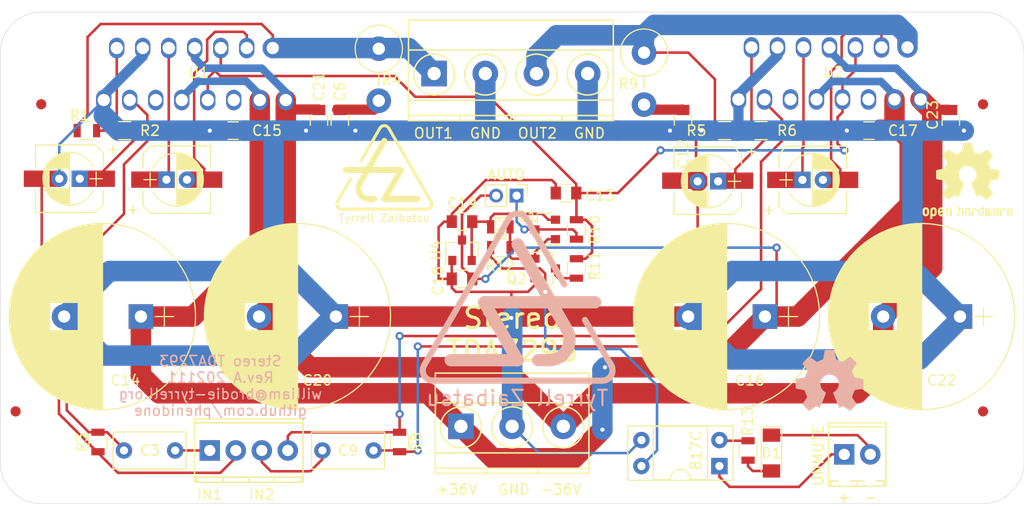
<source format=kicad_pcb>
(kicad_pcb (version 20171130) (host pcbnew 5.1.5+dfsg1-2build2)
  (layers (0 F.Cu signal) (31 B.Cu signal) (34 B.Paste user hide) (35 F.Paste user hide) (36 B.SilkS user) (37 F.SilkS user) (38 B.Mask user) (39 F.Mask user hide) (44 Edge.Cuts user))
  (net 0 "")
  (net 1 /GND)
  (net 2 "Net-(C1-Pad1)")
  (net 3 "Net-(C3-Pad2)")
  (net 4 "Net-(C3-Pad1)")
  (net 5 "Net-(C4-Pad2)")
  (net 6 "Net-(C4-Pad1)")
  (net 7 "Net-(C6-Pad1)")
  (net 8 "Net-(C7-Pad1)")
  (net 9 "Net-(C9-Pad1)")
  (net 10 "Net-(C9-Pad2)")
  (net 11 "Net-(C10-Pad1)")
  (net 12 "Net-(C10-Pad2)")
  (net 13 "Net-(C12-Pad1)")
  (net 14 /MUTE)
  (net 15 /VCC)
  (net 16 /5V)
  (net 17 /VEE)
  (net 18 "Net-(D1-Pad2)")
  (net 19 "Net-(D1-Pad1)")
  (net 20 "Net-(J3-Pad1)")
  (net 21 "Net-(JP3-Pad1)")
  (net 22 "Net-(Q1-Pad1)")
  (net 23 "Net-(Q2-Pad3)")
  (net 24 "Net-(R1-Pad1)")
  (net 25 "Net-(R5-Pad1)")
  (net 26 "Net-(R12-Pad1)")
  (net 27 "Net-(R13-Pad2)")
  (net 28 "Net-(U1-Pad11)")
  (net 29 /CLIP1)
  (net 30 /CLIP2)
  (net 31 "Net-(U2-Pad11)")
  (net 32 /OUT2)
  (net 33 /OUT1)
  (module pcb:OSHW-Symbol_6.7x6mm_BackSilkScreen (layer F.Cu) (at 106 61)
    (fp_text reference REF*** hide)
    (fp_text value OSHW-Symbol_6.7x6mm_SilkScreen hide)
  )
  (module tz:Tyrrell-Zaibatsu-20-Back (layer F.Cu) (at 75.5 53.5)
    (fp_text reference REF** hide)
    (fp_text value "Tyrrell Zaibatsu" hide)
    (fp_text user "Tyrrell Zaibatsu" (at 0 9.2) (layer B.SilkS) (effects (font (size 1.5 1.5) (thickness 0.2)) (justify mirror)))
  )
  (module Symbols:OSHW-Logo2_9.8x8mm_SilkScreen (layer F.Cu) (at 119.5 41.5)
    (fp_text reference REF*** hide)
    (fp_text value OSHW-Logo2_9.8x8mm_SilkScreen hide)
  )
  (module tz:Tyrrell-Zaibatsu-10 (layer F.Cu) (at 62.5 41)
    (fp_text reference REF** hide)
    (fp_text value "Tyrrell Zaibatsu" hide)
    (fp_text user "Tyrrell Zaibatsu" (at 0 4.1) (layer F.SilkS) (effects (font (size 0.75 0.75) (thickness 0.1))))
  )
  (module Capacitors_SMD:CP_Elec_6.3x7.7 (layer F.Cu) (at 42.24 41.363)
    (fp_text reference C4 hide)
    (fp_text value 22u hide)
    (fp_text user + (at -4.28 2.91) (layer F.SilkS))
    (pad 2 smd rect (at 2.7 0 180) (size 3.5 1.6) (layers F.Cu F.Paste F.Mask) (net 5 "Net-(C4-Pad2)"))
    (pad 1 smd rect (at -2.7 0 180) (size 3.5 1.6) (layers F.Cu F.Paste F.Mask) (net 6 "Net-(C4-Pad1)"))
  )
  (module Terminals_Phoenix:TerminalBlock_Phoenix_MPT-2.54mm_2pol (layer F.Cu) (at 107.442 68.199)
    (fp_text reference J3 hide)
    (fp_text value Screw_Terminal_01x02 hide)
    (pad "" np_thru_hole circle (at 2.54 2.54) (size 1.1 1.1) (drill 1.1) (layers *.Cu *.Mask))
    (pad "" np_thru_hole circle (at 0 2.54) (size 1.1 1.1) (drill 1.1) (layers *.Cu *.Mask))
    (pad 1 thru_hole rect (at 0 0) (size 1.99898 1.99898) (drill 1.09728) (layers *.Cu *.Mask) (net 20 "Net-(J3-Pad1)"))
    (pad 2 thru_hole oval (at 2.54 0) (size 1.99898 1.99898) (drill 1.09728) (layers *.Cu *.Mask) (net 19 "Net-(D1-Pad1)"))
  )
  (module Terminals_Phoenix:TerminalBlock_Phoenix_MPT-2.54mm_4pol (layer F.Cu) (at 45.466 67.818)
    (fp_text reference J1 hide)
    (fp_text value Screw_Terminal_01x04 hide)
    (pad 3 thru_hole oval (at 5.08 0 180) (size 1.99898 1.99898) (drill 1.09728) (layers *.Cu *.Mask) (net 10 "Net-(C9-Pad2)"))
    (pad 2 thru_hole oval (at 2.54 0 180) (size 1.99898 1.99898) (drill 1.09728) (layers *.Cu *.Mask) (net 1 /GND))
    (pad 1 thru_hole rect (at 0 0 180) (size 1.99898 1.99898) (drill 1.09728) (layers *.Cu *.Mask) (net 3 "Net-(C3-Pad2)"))
    (pad 4 thru_hole oval (at 7.62 0 180) (size 1.99898 1.99898) (drill 1.09728) (layers *.Cu *.Mask) (net 1 /GND))
  )
  (module Mounting_Holes:MountingHole_3.2mm_M3 (layer F.Cu) (at 29 69)
    (fp_text reference H4 hide)
    (fp_text value MountingHole hide)
    (pad 1 np_thru_hole circle (at 0 0) (size 3.2 3.2) (drill 3.2) (layers *.Cu *.Mask))
  )
  (module Mounting_Holes:MountingHole_3.2mm_M3 (layer F.Cu) (at 121 69)
    (fp_text reference H3 hide)
    (fp_text value MountingHole hide)
    (pad 1 np_thru_hole circle (at 0 0) (size 3.2 3.2) (drill 3.2) (layers *.Cu *.Mask))
  )
  (module Mounting_Holes:MountingHole_3.2mm_M3 (layer F.Cu) (at 121 29)
    (fp_text reference H2 hide)
    (fp_text value MountingHole hide)
    (pad 1 np_thru_hole circle (at 0 0) (size 3.2 3.2) (drill 3.2) (layers *.Cu *.Mask))
  )
  (module Mounting_Holes:MountingHole_3.2mm_M3 (layer F.Cu) (at 29 29)
    (fp_text reference H1 hide)
    (fp_text value MountingHole hide)
    (pad 1 np_thru_hole circle (at 0 0) (size 3.2 3.2) (drill 3.2) (layers *.Cu *.Mask))
  )
  (module Fiducials:Fiducial_1mm_Dia_2mm_Outer (layer F.Cu) (at 26.5 64)
    (fp_text reference FID4 hide)
    (fp_text value Fiducial)
    (pad ~ smd circle (at 0 0) (size 1 1) (layers F.Cu F.Mask) (clearance 0.5))
  )
  (module Fiducials:Fiducial_1mm_Dia_2mm_Outer (layer F.Cu) (at 121 34)
    (fp_text reference FID3 hide)
    (fp_text value Fiducial)
    (pad ~ smd circle (at 0 0) (size 1 1) (layers F.Cu F.Mask) (clearance 0.5))
  )
  (module Fiducials:Fiducial_1mm_Dia_2mm_Outer (layer F.Cu) (at 29 34)
    (fp_text reference FID2 hide)
    (fp_text value Fiducial)
    (pad ~ smd circle (at 0 0) (size 1 1) (layers F.Cu F.Mask) (clearance 0.5))
  )
  (module Fiducials:Fiducial_1mm_Dia_2mm_Outer (layer F.Cu) (at 121 64)
    (fp_text reference FID1 hide)
    (fp_text value Fiducial)
    (pad ~ smd circle (at 0 0) (size 1 1) (layers F.Cu F.Mask) (clearance 0.5))
  )
  (module Capacitors_SMD:CP_Elec_6.3x7.7 (layer F.Cu) (at 31.75 41.275 180)
    (fp_text reference C1 hide)
    (fp_text value 22u hide)
    (fp_text user + (at -4.28 2.91) (layer F.SilkS))
    (pad 2 smd rect (at 2.7 0) (size 3.5 1.6) (layers F.Cu F.Paste F.Mask) (net 1 /GND))
    (pad 1 smd rect (at -2.7 0) (size 3.5 1.6) (layers F.Cu F.Paste F.Mask) (net 2 "Net-(C1-Pad1)"))
  )
  (module Capacitors_ThroughHole:CP_Radial_D5.0mm_P2.00mm (layer F.Cu) (at 32.766 41.275 180)
    (fp_text reference C2 hide)
    (fp_text value 22u)
    (pad 2 thru_hole circle (at 2 0 180) (size 1.6 1.6) (drill 0.8) (layers *.Cu *.Mask) (net 1 /GND))
    (pad 1 thru_hole rect (at 0 0 180) (size 1.6 1.6) (drill 0.8) (layers *.Cu *.Mask) (net 2 "Net-(C1-Pad1)"))
  )
  (module Capacitors_ThroughHole:C_Rect_L7.0mm_W3.5mm_P5.00mm (layer F.Cu) (at 37.084 67.818)
    (fp_text reference C3 (at 2.54 0) (layer F.SilkS))
    (fp_text value 1u hide)
    (pad 2 thru_hole circle (at 5 0) (size 1.6 1.6) (drill 0.8) (layers *.Cu *.Mask) (net 3 "Net-(C3-Pad2)"))
    (pad 1 thru_hole circle (at 0 0) (size 1.6 1.6) (drill 0.8) (layers *.Cu *.Mask) (net 4 "Net-(C3-Pad1)"))
  )
  (module Capacitors_ThroughHole:CP_Radial_D5.0mm_P2.00mm (layer F.Cu) (at 41.24 41.363)
    (fp_text reference C5 hide)
    (fp_text value 22u)
    (pad 1 thru_hole rect (at 0 0) (size 1.6 1.6) (drill 0.8) (layers *.Cu *.Mask) (net 6 "Net-(C4-Pad1)"))
    (pad 2 thru_hole circle (at 2 0) (size 1.6 1.6) (drill 0.8) (layers *.Cu *.Mask) (net 5 "Net-(C4-Pad2)"))
  )
  (module Capacitors_SMD:C_0805 (layer F.Cu) (at 58.166 35.56 270)
    (fp_text reference C6 (at -2.794 0 270) (layer F.SilkS))
    (fp_text value 100n)
    (pad 1 smd rect (at -1 0 270) (size 1 1.25) (layers F.Cu F.Paste F.Mask) (net 7 "Net-(C6-Pad1)"))
    (pad 2 smd rect (at 1 0 270) (size 1 1.25) (layers F.Cu F.Paste F.Mask) (net 1 /GND))
  )
  (module Capacitors_SMD:CP_Elec_6.3x7.7 (layer F.Cu) (at 94.103 41.465 180)
    (fp_text reference C7 hide)
    (fp_text value 22u hide)
    (fp_text user + (at -4.28 2.91) (layer F.SilkS))
    (pad 1 smd rect (at -2.7 0) (size 3.5 1.6) (layers F.Cu F.Paste F.Mask) (net 8 "Net-(C7-Pad1)"))
    (pad 2 smd rect (at 2.7 0) (size 3.5 1.6) (layers F.Cu F.Paste F.Mask) (net 1 /GND))
  )
  (module Capacitors_ThroughHole:CP_Radial_D5.0mm_P2.00mm (layer F.Cu) (at 95.123 41.529 180)
    (fp_text reference C8 hide)
    (fp_text value 22u)
    (pad 2 thru_hole circle (at 2 0 180) (size 1.6 1.6) (drill 0.8) (layers *.Cu *.Mask) (net 1 /GND))
    (pad 1 thru_hole rect (at 0 0 180) (size 1.6 1.6) (drill 0.8) (layers *.Cu *.Mask) (net 8 "Net-(C7-Pad1)"))
  )
  (module Capacitors_ThroughHole:C_Rect_L7.0mm_W3.5mm_P5.00mm (layer F.Cu) (at 61.468 67.818 180)
    (fp_text reference C9 (at 2.5 0) (layer F.SilkS))
    (fp_text value 1u hide)
    (pad 1 thru_hole circle (at 0 0 180) (size 1.6 1.6) (drill 0.8) (layers *.Cu *.Mask) (net 9 "Net-(C9-Pad1)"))
    (pad 2 thru_hole circle (at 5 0 180) (size 1.6 1.6) (drill 0.8) (layers *.Cu *.Mask) (net 10 "Net-(C9-Pad2)"))
  )
  (module Capacitors_SMD:CP_Elec_6.3x7.7 (layer F.Cu) (at 104.359 41.387)
    (fp_text reference C10 hide)
    (fp_text value 22u hide)
    (fp_text user + (at -4.28 2.91) (layer F.SilkS))
    (pad 1 smd rect (at -2.7 0 180) (size 3.5 1.6) (layers F.Cu F.Paste F.Mask) (net 11 "Net-(C10-Pad1)"))
    (pad 2 smd rect (at 2.7 0 180) (size 3.5 1.6) (layers F.Cu F.Paste F.Mask) (net 12 "Net-(C10-Pad2)"))
  )
  (module Capacitors_ThroughHole:CP_Radial_D5.0mm_P2.00mm (layer F.Cu) (at 103.359 41.387)
    (fp_text reference C11 hide)
    (fp_text value 22u)
    (pad 1 thru_hole rect (at 0 0) (size 1.6 1.6) (drill 0.8) (layers *.Cu *.Mask) (net 11 "Net-(C10-Pad1)"))
    (pad 2 thru_hole circle (at 2 0) (size 1.6 1.6) (drill 0.8) (layers *.Cu *.Mask) (net 12 "Net-(C10-Pad2)"))
  )
  (module Capacitors_SMD:C_0805 (layer F.Cu) (at 91.694 35.56 270)
    (fp_text reference C12 (at 3.302 0 270) (layer F.SilkS))
    (fp_text value 100n)
    (pad 2 smd rect (at 1 0 270) (size 1 1.25) (layers F.Cu F.Paste F.Mask) (net 1 /GND))
    (pad 1 smd rect (at -1 0 270) (size 1 1.25) (layers F.Cu F.Paste F.Mask) (net 13 "Net-(C12-Pad1)"))
  )
  (module Capacitors_SMD:C_0805 (layer F.Cu) (at 80.264 42.672)
    (fp_text reference C13 (at 3.302 0.254) (layer F.SilkS))
    (fp_text value 10u)
    (pad 2 smd rect (at 1 0) (size 1 1.25) (layers F.Cu F.Paste F.Mask) (net 14 /MUTE))
    (pad 1 smd rect (at -1 0) (size 1 1.25) (layers F.Cu F.Paste F.Mask) (net 1 /GND))
  )
  (module Capacitors_ThroughHole:CP_Radial_D18.0mm_P7.50mm (layer F.Cu) (at 38.735 54.737 180)
    (fp_text reference C14 (at 1.512 -6.232) (layer F.SilkS))
    (fp_text value 3300u)
    (pad 2 thru_hole circle (at 7.5 0 180) (size 2.4 2.4) (drill 1.2) (layers *.Cu *.Mask) (net 1 /GND))
    (pad 1 thru_hole rect (at 0 0 180) (size 2.4 2.4) (drill 1.2) (layers *.Cu *.Mask) (net 15 /VCC))
  )
  (module Capacitors_SMD:C_0805 (layer F.Cu) (at 47.752 36.576 180)
    (fp_text reference C15 (at -3.302 0) (layer F.SilkS))
    (fp_text value 1u)
    (pad 2 smd rect (at 1 0 180) (size 1 1.25) (layers F.Cu F.Paste F.Mask) (net 1 /GND))
    (pad 1 smd rect (at -1 0 180) (size 1 1.25) (layers F.Cu F.Paste F.Mask) (net 15 /VCC))
  )
  (module Capacitors_ThroughHole:CP_Radial_D18.0mm_P7.50mm (layer F.Cu) (at 99.695 54.737 180)
    (fp_text reference C16 (at 1.472 -6.232) (layer F.SilkS))
    (fp_text value 3300u)
    (pad 1 thru_hole rect (at 0 0 180) (size 2.4 2.4) (drill 1.2) (layers *.Cu *.Mask) (net 15 /VCC))
    (pad 2 thru_hole circle (at 7.5 0 180) (size 2.4 2.4) (drill 1.2) (layers *.Cu *.Mask) (net 1 /GND))
  )
  (module Capacitors_SMD:C_0805 (layer F.Cu) (at 109.855 36.576 180)
    (fp_text reference C17 (at -3.302 0) (layer F.SilkS))
    (fp_text value 1u)
    (pad 1 smd rect (at -1 0 180) (size 1 1.25) (layers F.Cu F.Paste F.Mask) (net 15 /VCC))
    (pad 2 smd rect (at 1 0 180) (size 1 1.25) (layers F.Cu F.Paste F.Mask) (net 1 /GND))
  )
  (module Capacitors_SMD:C_0805 (layer F.Cu) (at 70.104 51.054 180)
    (fp_text reference C18 (at 2.35 -0.184 270) (layer F.SilkS))
    (fp_text value 1u)
    (pad 1 smd rect (at -1 0 180) (size 1 1.25) (layers F.Cu F.Paste F.Mask) (net 15 /VCC))
    (pad 2 smd rect (at 1 0 180) (size 1 1.25) (layers F.Cu F.Paste F.Mask) (net 1 /GND))
  )
  (module Capacitors_SMD:C_0805 (layer F.Cu) (at 70.104 45.466 180)
    (fp_text reference C19 (at 0 1.778) (layer F.SilkS))
    (fp_text value 10u)
    (pad 2 smd rect (at 1 0 180) (size 1 1.25) (layers F.Cu F.Paste F.Mask) (net 1 /GND))
    (pad 1 smd rect (at -1 0 180) (size 1 1.25) (layers F.Cu F.Paste F.Mask) (net 16 /5V))
  )
  (module Capacitors_ThroughHole:CP_Radial_D18.0mm_P7.50mm (layer F.Cu) (at 57.785 54.737 180)
    (fp_text reference C20 (at 1.816 -6.232) (layer F.SilkS))
    (fp_text value 3300u)
    (pad 1 thru_hole rect (at 0 0 180) (size 2.4 2.4) (drill 1.2) (layers *.Cu *.Mask) (net 1 /GND))
    (pad 2 thru_hole circle (at 7.5 0 180) (size 2.4 2.4) (drill 1.2) (layers *.Cu *.Mask) (net 17 /VEE))
  )
  (module Capacitors_SMD:C_0805 (layer F.Cu) (at 56.134 35.56 90)
    (fp_text reference C21 (at 3.302 0 90) (layer F.SilkS))
    (fp_text value 1u)
    (pad 2 smd rect (at 1 0 90) (size 1 1.25) (layers F.Cu F.Paste F.Mask) (net 17 /VEE))
    (pad 1 smd rect (at -1 0 90) (size 1 1.25) (layers F.Cu F.Paste F.Mask) (net 1 /GND))
  )
  (module Capacitors_ThroughHole:CP_Radial_D18.0mm_P7.50mm (layer F.Cu) (at 118.745 54.737 180)
    (fp_text reference C22 (at 1.776 -6.232) (layer F.SilkS))
    (fp_text value 3300u)
    (pad 2 thru_hole circle (at 7.5 0 180) (size 2.4 2.4) (drill 1.2) (layers *.Cu *.Mask) (net 17 /VEE))
    (pad 1 thru_hole rect (at 0 0 180) (size 2.4 2.4) (drill 1.2) (layers *.Cu *.Mask) (net 1 /GND))
  )
  (module Capacitors_SMD:C_0805 (layer F.Cu) (at 117.856 35.56 90)
    (fp_text reference C23 (at 0.508 -1.778 90) (layer F.SilkS))
    (fp_text value 1u)
    (pad 2 smd rect (at 1 0 90) (size 1 1.25) (layers F.Cu F.Paste F.Mask) (net 17 /VEE))
    (pad 1 smd rect (at -1 0 90) (size 1 1.25) (layers F.Cu F.Paste F.Mask) (net 1 /GND))
  )
  (module Diodes_SMD:D_MiniMELF (layer F.Cu) (at 100.33 68.072 270)
    (fp_text reference D1 (at 0 0 180) (layer F.SilkS))
    (fp_text value LL4148 hide)
    (pad 2 smd rect (at 1.75 0 270) (size 1.3 1.7) (layers F.Cu F.Paste F.Mask) (net 18 "Net-(D1-Pad2)"))
    (pad 1 smd rect (at -1.75 0 270) (size 1.3 1.7) (layers F.Cu F.Paste F.Mask) (net 19 "Net-(D1-Pad1)"))
  )
  (module Terminals_Phoenix:TerminalBlock_Phoenix_MKDS1.5-4pol (layer F.Cu) (at 67.38 31)
    (fp_text reference J2 hide)
    (fp_text value Screw_Terminal_01x04 hide)
    (pad 4 thru_hole circle (at 15 0) (size 2.5 2.5) (drill 1.3) (layers *.Cu *.Mask) (net 1 /GND))
    (pad 3 thru_hole circle (at 10 0) (size 2.5 2.5) (drill 1.3) (layers *.Cu *.Mask) (net 32 /OUT2))
    (pad 1 thru_hole rect (at 0 0) (size 2.5 2.5) (drill 1.3) (layers *.Cu *.Mask) (net 33 /OUT1))
    (pad 2 thru_hole circle (at 5 0) (size 2.5 2.5) (drill 1.3) (layers *.Cu *.Mask) (net 1 /GND))
  )
  (module Terminals_Phoenix:TerminalBlock_Phoenix_MKDS1.5-3pol (layer F.Cu) (at 70 65.46)
    (fp_text reference J4 hide)
    (fp_text value Screw_Terminal_01x03 hide)
    (pad 3 thru_hole circle (at 10 0) (size 2.5 2.5) (drill 1.3) (layers *.Cu *.Mask) (net 17 /VEE))
    (pad 1 thru_hole rect (at 0 0) (size 2.5 2.5) (drill 1.3) (layers *.Cu *.Mask) (net 15 /VCC))
    (pad 2 thru_hole circle (at 5 0) (size 2.5 2.5) (drill 1.3) (layers *.Cu *.Mask) (net 1 /GND))
  )
  (module Pin_Headers:Pin_Header_Straight_1x02_Pitch2.00mm (layer F.Cu) (at 75.438 42.926 270)
    (fp_text reference JP3 hide)
    (fp_text value Jumper_NO_Small)
    (pad 2 thru_hole oval (at 0 2 270) (size 1.35 1.35) (drill 0.8) (layers *.Cu *.Mask) (net 15 /VCC))
    (pad 1 thru_hole rect (at 0 0 270) (size 1.35 1.35) (drill 0.8) (layers *.Cu *.Mask) (net 21 "Net-(JP3-Pad1)"))
  )
  (module TO_SOT_Packages_SMD:SOT-23 (layer F.Cu) (at 78.232 46.228 180)
    (fp_text reference Q1 (at 1.778 1.27) (layer F.SilkS))
    (fp_text value BSS84)
    (pad 3 smd rect (at 1 0 180) (size 0.9 0.8) (layers F.Cu F.Paste F.Mask) (net 21 "Net-(JP3-Pad1)"))
    (pad 2 smd rect (at -1 0.95 180) (size 0.9 0.8) (layers F.Cu F.Paste F.Mask) (net 16 /5V))
    (pad 1 smd rect (at -1 -0.95 180) (size 0.9 0.8) (layers F.Cu F.Paste F.Mask) (net 22 "Net-(Q1-Pad1)"))
  )
  (module TO_SOT_Packages_SMD:SOT-23 (layer F.Cu) (at 78.232 50.038)
    (fp_text reference Q2 (at -2.794 1.016 180) (layer F.SilkS))
    (fp_text value 2N7002)
    (pad 1 smd rect (at -1 -0.95) (size 0.9 0.8) (layers F.Cu F.Paste F.Mask) (net 22 "Net-(Q1-Pad1)"))
    (pad 2 smd rect (at -1 0.95) (size 0.9 0.8) (layers F.Cu F.Paste F.Mask) (net 1 /GND))
    (pad 3 smd rect (at 1 0) (size 0.9 0.8) (layers F.Cu F.Paste F.Mask) (net 23 "Net-(Q2-Pad3)"))
  )
  (module Resistors_SMD:R_0805 (layer F.Cu) (at 33.462 36.576 180)
    (fp_text reference R1 (at 0.696 1.524) (layer F.SilkS))
    (fp_text value 22k)
    (pad 1 smd rect (at -0.95 0 180) (size 0.7 1.3) (layers F.Cu F.Paste F.Mask) (net 24 "Net-(R1-Pad1)"))
    (pad 2 smd rect (at 0.95 0 180) (size 0.7 1.3) (layers F.Cu F.Paste F.Mask) (net 33 /OUT1))
  )
  (module Resistors_SMD:R_0805 (layer F.Cu) (at 37.15 36.576)
    (fp_text reference R2 (at 2.474 0) (layer F.SilkS))
    (fp_text value 680)
    (pad 2 smd rect (at 0.95 0) (size 0.7 1.3) (layers F.Cu F.Paste F.Mask) (net 2 "Net-(C1-Pad1)"))
    (pad 1 smd rect (at -0.95 0) (size 0.7 1.3) (layers F.Cu F.Paste F.Mask) (net 24 "Net-(R1-Pad1)"))
  )
  (module Resistors_SMD:R_0805 (layer F.Cu) (at 34.544 66.99 90)
    (fp_text reference R3 (at -0.01 -1.544 90) (layer F.SilkS))
    (fp_text value 22k)
    (pad 2 smd rect (at 0.95 0 90) (size 0.7 1.3) (layers F.Cu F.Paste F.Mask) (net 4 "Net-(C3-Pad1)"))
    (pad 1 smd rect (at -0.95 0 90) (size 0.7 1.3) (layers F.Cu F.Paste F.Mask) (net 1 /GND))
  )
  (module Resistors_ThroughHole:R_Axial_DIN0414_L11.9mm_D4.5mm_P5.08mm_Vertical (layer F.Cu) (at 61.976 28.575 270)
    (fp_text reference R4 (at 3.048 -1.27 180) (layer F.SilkS))
    (fp_text value 2R7 hide)
    (pad 1 thru_hole circle (at 0 0 270) (size 2.4 2.4) (drill 1.2) (layers *.Cu *.Mask) (net 33 /OUT1))
    (pad 2 thru_hole oval (at 5.08 0 270) (size 2.4 2.4) (drill 1.2) (layers *.Cu *.Mask) (net 7 "Net-(C6-Pad1)"))
  )
  (module Resistors_SMD:R_0805 (layer F.Cu) (at 95.758 36.576 180)
    (fp_text reference R5 (at 2.758 0) (layer F.SilkS))
    (fp_text value 22k)
    (pad 2 smd rect (at 0.95 0 180) (size 0.7 1.3) (layers F.Cu F.Paste F.Mask) (net 32 /OUT2))
    (pad 1 smd rect (at -0.95 0 180) (size 0.7 1.3) (layers F.Cu F.Paste F.Mask) (net 25 "Net-(R5-Pad1)"))
  )
  (module Resistors_SMD:R_0805 (layer F.Cu) (at 99.314 36.576)
    (fp_text reference R6 (at 2.54 0) (layer F.SilkS))
    (fp_text value 680)
    (pad 1 smd rect (at -0.95 0) (size 0.7 1.3) (layers F.Cu F.Paste F.Mask) (net 25 "Net-(R5-Pad1)"))
    (pad 2 smd rect (at 0.95 0) (size 0.7 1.3) (layers F.Cu F.Paste F.Mask) (net 8 "Net-(C7-Pad1)"))
  )
  (module Resistors_SMD:R_0805 (layer F.Cu) (at 73.848 45.974 180)
    (fp_text reference R7 (at -0.066 0 90) (layer F.SilkS))
    (fp_text value 10k)
    (pad 1 smd rect (at -0.95 0 180) (size 0.7 1.3) (layers F.Cu F.Paste F.Mask) (net 22 "Net-(Q1-Pad1)"))
    (pad 2 smd rect (at 0.95 0 180) (size 0.7 1.3) (layers F.Cu F.Paste F.Mask) (net 16 /5V))
  )
  (module Resistors_SMD:R_0805 (layer F.Cu) (at 64.008 66.99 270)
    (fp_text reference R8 (at 0 -1.65 90) (layer F.SilkS))
    (fp_text value 22k)
    (pad 2 smd rect (at 0.95 0 270) (size 0.7 1.3) (layers F.Cu F.Paste F.Mask) (net 9 "Net-(C9-Pad1)"))
    (pad 1 smd rect (at -0.95 0 270) (size 0.7 1.3) (layers F.Cu F.Paste F.Mask) (net 1 /GND))
  )
  (module Resistors_ThroughHole:R_Axial_DIN0414_L11.9mm_D4.5mm_P5.08mm_Vertical (layer F.Cu) (at 87.884 28.956 270)
    (fp_text reference R9 (at 3.048 1.524 180) (layer F.SilkS))
    (fp_text value 2R7 hide)
    (pad 2 thru_hole oval (at 5.08 0 270) (size 2.4 2.4) (drill 1.2) (layers *.Cu *.Mask) (net 13 "Net-(C12-Pad1)"))
    (pad 1 thru_hole circle (at 0 0 270) (size 2.4 2.4) (drill 1.2) (layers *.Cu *.Mask) (net 32 /OUT2))
  )
  (module Resistors_SMD:R_0805 (layer F.Cu) (at 81.28 46.228 90)
    (fp_text reference R10 (at 0 1.778 90) (layer F.SilkS))
    (fp_text value 10k)
    (pad 2 smd rect (at 0.95 0 90) (size 0.7 1.3) (layers F.Cu F.Paste F.Mask) (net 14 /MUTE))
    (pad 1 smd rect (at -0.95 0 90) (size 0.7 1.3) (layers F.Cu F.Paste F.Mask) (net 21 "Net-(JP3-Pad1)"))
  )
  (module Resistors_SMD:R_0805 (layer F.Cu) (at 81.28 50.038 90)
    (fp_text reference R11 (at 0.254 1.778 90) (layer F.SilkS))
    (fp_text value 1k)
    (pad 1 smd rect (at -0.95 0 90) (size 0.7 1.3) (layers F.Cu F.Paste F.Mask) (net 23 "Net-(Q2-Pad3)"))
    (pad 2 smd rect (at 0.95 0 90) (size 0.7 1.3) (layers F.Cu F.Paste F.Mask) (net 14 /MUTE))
  )
  (module Resistors_SMD:R_0805 (layer F.Cu) (at 73.848 48.006)
    (fp_text reference R12 (at 0 1.778) (layer F.SilkS))
    (fp_text value 100)
    (pad 1 smd rect (at -0.95 0) (size 0.7 1.3) (layers F.Cu F.Paste F.Mask) (net 26 "Net-(R12-Pad1)"))
    (pad 2 smd rect (at 0.95 0) (size 0.7 1.3) (layers F.Cu F.Paste F.Mask) (net 22 "Net-(Q1-Pad1)"))
  )
  (module Resistors_SMD:R_0805 (layer F.Cu) (at 98.044 67.818 90)
    (fp_text reference R13 (at 2.818 -0.044 270) (layer F.SilkS))
    (fp_text value 3k9)
    (pad 2 smd rect (at 0.95 0 90) (size 0.7 1.3) (layers F.Cu F.Paste F.Mask) (net 27 "Net-(R13-Pad2)"))
    (pad 1 smd rect (at -0.95 0 90) (size 0.7 1.3) (layers F.Cu F.Paste F.Mask) (net 18 "Net-(D1-Pad2)"))
  )
  (module power:Multiwatt15V (layer F.Cu) (at 44 28.508)
    (fp_text reference U1 (at 0.381 2.413) (layer F.SilkS))
    (fp_text value TDA7293)
    (pad 15 thru_hole oval (at 8.89 5.08 90) (size 2 1.5) (drill 1.2) (layers *.Cu *.Mask) (net 17 /VEE))
    (pad 14 thru_hole oval (at 7.62 0 90) (size 2 1.5) (drill 1.2) (layers *.Cu *.Mask) (net 33 /OUT1))
    (pad 13 thru_hole oval (at 6.35 5.08 90) (size 2 1.5) (drill 1.2) (layers *.Cu *.Mask) (net 15 /VCC))
    (pad 12 thru_hole oval (at 5.08 0 90) (size 2 1.5) (drill 1.2) (layers *.Cu *.Mask) (net 5 "Net-(C4-Pad2)"))
    (pad 11 thru_hole oval (at 3.81 5.08 90) (size 2 1.5) (drill 1.2) (layers *.Cu *.Mask) (net 28 "Net-(U1-Pad11)"))
    (pad 10 thru_hole oval (at 2.54 0 90) (size 2 1.5) (drill 1.2) (layers *.Cu *.Mask) (net 14 /MUTE))
    (pad 9 thru_hole oval (at 1.27 5.08 90) (size 2 1.5) (drill 1.2) (layers *.Cu *.Mask) (net 14 /MUTE))
    (pad 8 thru_hole oval (at 0 0 90) (size 2 1.5) (drill 1.2) (layers *.Cu *.Mask) (net 17 /VEE))
    (pad 7 thru_hole oval (at -1.27 5.08 90) (size 2 1.5) (drill 1.2) (layers *.Cu *.Mask) (net 15 /VCC))
    (pad 6 thru_hole oval (at -2.54 0 90) (size 2 1.5) (drill 1.2) (layers *.Cu *.Mask) (net 6 "Net-(C4-Pad1)"))
    (pad 5 thru_hole oval (at -3.81 5.08 90) (size 2 1.5) (drill 1.2) (layers *.Cu *.Mask) (net 29 /CLIP1))
    (pad 4 thru_hole oval (at -5.08 0 90) (size 2 1.5) (drill 1.2) (layers *.Cu *.Mask) (net 1 /GND))
    (pad 3 thru_hole oval (at -6.35 5.08 90) (size 2 1.5) (drill 1.2) (layers *.Cu *.Mask) (net 4 "Net-(C3-Pad1)"))
    (pad 2 thru_hole oval (at -7.62 0 90) (size 2 1.5) (drill 1.2) (layers *.Cu *.Mask) (net 24 "Net-(R1-Pad1)"))
    (pad 1 thru_hole oval (at -8.89 5.08 90) (size 2 1.5) (drill 1.2) (layers *.Cu *.Mask) (net 1 /GND))
  )
  (module power:Multiwatt15V (layer F.Cu) (at 106 28.448)
    (fp_text reference U2 (at 0.381 2.413) (layer F.SilkS))
    (fp_text value TDA7293)
    (pad 15 thru_hole oval (at 8.89 5.08 90) (size 2 1.5) (drill 1.2) (layers *.Cu *.Mask) (net 17 /VEE))
    (pad 14 thru_hole oval (at 7.62 0 90) (size 2 1.5) (drill 1.2) (layers *.Cu *.Mask) (net 32 /OUT2))
    (pad 13 thru_hole oval (at 6.35 5.08 90) (size 2 1.5) (drill 1.2) (layers *.Cu *.Mask) (net 15 /VCC))
    (pad 12 thru_hole oval (at 5.08 0 90) (size 2 1.5) (drill 1.2) (layers *.Cu *.Mask) (net 12 "Net-(C10-Pad2)"))
    (pad 11 thru_hole oval (at 3.81 5.08 90) (size 2 1.5) (drill 1.2) (layers *.Cu *.Mask) (net 31 "Net-(U2-Pad11)"))
    (pad 10 thru_hole oval (at 2.54 0 90) (size 2 1.5) (drill 1.2) (layers *.Cu *.Mask) (net 14 /MUTE))
    (pad 9 thru_hole oval (at 1.27 5.08 90) (size 2 1.5) (drill 1.2) (layers *.Cu *.Mask) (net 14 /MUTE))
    (pad 8 thru_hole oval (at 0 0 90) (size 2 1.5) (drill 1.2) (layers *.Cu *.Mask) (net 17 /VEE))
    (pad 7 thru_hole oval (at -1.27 5.08 90) (size 2 1.5) (drill 1.2) (layers *.Cu *.Mask) (net 15 /VCC))
    (pad 6 thru_hole oval (at -2.54 0 90) (size 2 1.5) (drill 1.2) (layers *.Cu *.Mask) (net 11 "Net-(C10-Pad1)"))
    (pad 5 thru_hole oval (at -3.81 5.08 90) (size 2 1.5) (drill 1.2) (layers *.Cu *.Mask) (net 30 /CLIP2))
    (pad 4 thru_hole oval (at -5.08 0 90) (size 2 1.5) (drill 1.2) (layers *.Cu *.Mask) (net 1 /GND))
    (pad 3 thru_hole oval (at -6.35 5.08 90) (size 2 1.5) (drill 1.2) (layers *.Cu *.Mask) (net 9 "Net-(C9-Pad1)"))
    (pad 2 thru_hole oval (at -7.62 0 90) (size 2 1.5) (drill 1.2) (layers *.Cu *.Mask) (net 25 "Net-(R5-Pad1)"))
    (pad 1 thru_hole oval (at -8.89 5.08 90) (size 2 1.5) (drill 1.2) (layers *.Cu *.Mask) (net 1 /GND))
  )
  (module Housings_DIP:DIP-4_W7.62mm_Socket (layer F.Cu) (at 95.25 69.342 180)
    (fp_text reference U3 hide)
    (fp_text value PC817)
    (pad 4 thru_hole oval (at 7.62 0 180) (size 1.6 1.6) (drill 0.8) (layers *.Cu *.Mask) (net 26 "Net-(R12-Pad1)"))
    (pad 2 thru_hole oval (at 0 2.54 180) (size 1.6 1.6) (drill 0.8) (layers *.Cu *.Mask) (net 27 "Net-(R13-Pad2)"))
    (pad 3 thru_hole oval (at 7.62 2.54 180) (size 1.6 1.6) (drill 0.8) (layers *.Cu *.Mask) (net 1 /GND))
    (pad 1 thru_hole rect (at 0 0 180) (size 1.6 1.6) (drill 0.8) (layers *.Cu *.Mask) (net 20 "Net-(J3-Pad1)"))
  )
  (module TO_SOT_Packages_SMD:SOT-23 (layer F.Cu) (at 70.104 48.26 90)
    (fp_text reference U4 (at 0 -2.5 90) (layer F.SilkS))
    (fp_text value MCP1792)
    (pad 3 smd rect (at 1 0 90) (size 0.9 0.8) (layers F.Cu F.Paste F.Mask) (net 15 /VCC))
    (pad 2 smd rect (at -1 0.95 90) (size 0.9 0.8) (layers F.Cu F.Paste F.Mask) (net 16 /5V))
    (pad 1 smd rect (at -1 -0.95 90) (size 0.9 0.8) (layers F.Cu F.Paste F.Mask) (net 1 /GND))
  )
  (gr_text "Stereo\nTDA7293" (at 75 56.5) (layer F.SilkS) (effects (font (size 2 2) (thickness 0.3))))
  (gr_text "Stereo TDA7293\nRev.A 202111\nwilliam@brodie-tyrrell.org\ngithub.com/phenidone" (at 46.5 61.5) (layer B.SilkS) (effects (font (size 1 1)) (justify mirror)))
  (gr_arc (start 29 29) (end 29 25) (angle -90) (layer Edge.Cuts) (width 0.05))
  (gr_arc (start 29 69) (end 25 69) (angle -90) (layer Edge.Cuts) (width 0.05))
  (gr_arc (start 121 69) (end 121 73) (angle -90) (layer Edge.Cuts) (width 0.05))
  (gr_arc (start 121 29) (end 125 29) (angle -90) (layer Edge.Cuts) (width 0.05))
  (gr_text - (at 109.982 72.39) (layer F.SilkS) (effects (font (size 1 1))))
  (gr_text + (at 107.442 72.39) (layer F.SilkS) (effects (font (size 1 1))))
  (gr_text GND (at 82.55 36.83) (layer F.SilkS) (effects (font (size 1 1))))
  (gr_text GND (at 72.39 36.83) (layer F.SilkS) (effects (font (size 1 1))))
  (gr_text OUT2 (at 77.47 36.83) (layer F.SilkS) (effects (font (size 1 1))))
  (gr_text OUT1 (at 67.31 36.83) (layer F.SilkS) (effects (font (size 1 1))))
  (gr_text AUTO (at 74.422 40.894) (layer F.SilkS) (effects (font (size 1 1))))
  (gr_text UNMUTE (at 104.902 68.326 90) (layer F.SilkS) (effects (font (size 1 1))))
  (gr_text 817C (at 92.964 67.818 90) (layer F.SilkS) (effects (font (size 1 1))))
  (gr_text -36V (at 79.756 71.628) (layer F.SilkS) (effects (font (size 1 1))))
  (gr_text GND (at 75.184 71.628) (layer F.SilkS) (effects (font (size 1 1))))
  (gr_text +36V (at 69.596 71.628) (layer F.SilkS) (effects (font (size 1 1))))
  (gr_text IN2 (at 50.546 72.136) (layer F.SilkS) (effects (font (size 1 1))))
  (gr_text IN1 (at 45.466 72.136) (layer F.SilkS) (effects (font (size 1 1))))
  (gr_line (start 29 73) (end 121 73) (layer Edge.Cuts) (width 0.05))
  (gr_line (start 121 25) (end 29 25) (layer Edge.Cuts) (width 0.05))
  (gr_line (start 125 69) (end 125 29) (layer Edge.Cuts) (width 0.05))
  (gr_line (start 25 29) (end 25 69) (layer Edge.Cuts) (width 0.05))
  (segment (start 69.104 51.054) (end 69.104 50.816) (width 0.25) (layer F.Cu) (net 1))
  (segment (start 69.154 45.516) (end 69.104 45.466) (width 0.25) (layer F.Cu) (net 1))
  (segment (start 69.104 49.31) (end 69.154 49.26) (width 0.25) (layer F.Cu) (net 1))
  (segment (start 69.104 51.054) (end 69.104 49.31) (width 0.25) (layer F.Cu) (net 1))
  (segment (start 69.104 51.054) (end 67.818 51.054) (width 0.25) (layer F.Cu) (net 1))
  (via (at 45.466 36.576) (size 1) (drill 0.4) (layers F.Cu B.Cu) (net 1))
  (segment (start 46.736 36.576) (end 45.466 36.576) (width 1) (layer F.Cu) (net 1))
  (segment (start 93.059 41.465) (end 93.123 41.529) (width 2) (layer F.Cu) (net 1))
  (segment (start 30.766 37.932) (end 35.11 33.588) (width 0.25) (layer B.Cu) (net 1))
  (segment (start 35.11 35.11) (end 35.11 33.588) (width 1) (layer B.Cu) (net 1))
  (segment (start 36.576 36.576) (end 35.11 35.11) (width 2) (layer B.Cu) (net 1))
  (segment (start 45.466 36.576) (end 36.576 36.576) (width 2) (layer B.Cu) (net 1))
  (segment (start 38.92 29.31027) (end 38.92 28.508) (width 1) (layer B.Cu) (net 1))
  (segment (start 35.11 33.12027) (end 38.92 29.31027) (width 1) (layer B.Cu) (net 1))
  (segment (start 35.11 33.588) (end 35.11 33.12027) (width 1) (layer B.Cu) (net 1))
  (segment (start 31.235 54.737) (end 35.68 50.292) (width 2) (layer B.Cu) (net 1))
  (segment (start 51.689 49.911) (end 52.07 50.292) (width 2) (layer B.Cu) (net 1))
  (segment (start 51.689 36.576) (end 51.689 50.419) (width 2) (layer B.Cu) (net 1))
  (segment (start 49.53 50.292) (end 52.07 50.292) (width 2) (layer B.Cu) (net 1))
  (segment (start 35.68 50.292) (end 49.53 50.292) (width 2) (layer B.Cu) (net 1))
  (segment (start 51.689 36.576) (end 49.784 36.576) (width 2) (layer B.Cu) (net 1))
  (segment (start 49.784 36.576) (end 45.466 36.576) (width 2) (layer B.Cu) (net 1))
  (via (at 107.695998 36.576) (size 1) (drill 0.4) (layers F.Cu B.Cu) (net 1))
  (segment (start 108.855 36.576) (end 107.695998 36.576) (width 1) (layer F.Cu) (net 1))
  (segment (start 30.766 41.275) (end 30.766 37.932) (width 0.25) (layer B.Cu) (net 1))
  (segment (start 97.11 33.528) (end 97.11 33.06027) (width 1) (layer B.Cu) (net 1))
  (segment (start 97.11 33.06027) (end 100.92 29.25027) (width 1) (layer B.Cu) (net 1))
  (segment (start 100.92 29.25027) (end 100.92 28.448) (width 1) (layer B.Cu) (net 1))
  (segment (start 97.062 36.576) (end 97.028 36.576) (width 2) (layer B.Cu) (net 1))
  (segment (start 97.11 36.528) (end 97.062 36.576) (width 2) (layer B.Cu) (net 1))
  (segment (start 97.11 33.528) (end 97.11 36.528) (width 1) (layer B.Cu) (net 1))
  (segment (start 107.695998 36.576) (end 97.028 36.576) (width 2) (layer B.Cu) (net 1))
  (segment (start 115.824 51.816) (end 118.745 54.737) (width 2) (layer B.Cu) (net 1))
  (segment (start 114.3 50.292) (end 115.824 51.816) (width 2) (layer B.Cu) (net 1))
  (segment (start 92.195 54.617) (end 96.52 50.292) (width 2) (layer B.Cu) (net 1))
  (segment (start 92.195 54.737) (end 92.195 54.617) (width 2) (layer B.Cu) (net 1))
  (segment (start 96.386 58.928) (end 92.195 54.737) (width 2) (layer B.Cu) (net 1))
  (segment (start 114.808 58.928) (end 96.386 58.928) (width 2) (layer B.Cu) (net 1))
  (segment (start 118.745 54.991) (end 114.808 58.928) (width 2) (layer B.Cu) (net 1))
  (segment (start 118.745 54.737) (end 118.745 54.991) (width 2) (layer B.Cu) (net 1))
  (segment (start 35.045 58.547) (end 31.235 54.737) (width 2) (layer B.Cu) (net 1))
  (segment (start 53.721 58.547) (end 35.045 58.547) (width 2) (layer B.Cu) (net 1))
  (segment (start 57.531 54.737) (end 53.721 58.547) (width 2) (layer B.Cu) (net 1))
  (segment (start 57.785 54.737) (end 57.531 54.737) (width 2) (layer B.Cu) (net 1))
  (segment (start 53.34 50.292) (end 52.07 50.292) (width 2) (layer B.Cu) (net 1))
  (segment (start 57.785 54.737) (end 53.34 50.292) (width 2) (layer B.Cu) (net 1))
  (segment (start 96.52 50.292) (end 113.284 50.292) (width 2) (layer B.Cu) (net 1))
  (segment (start 113.284 50.292) (end 114.3 50.292) (width 2) (layer B.Cu) (net 1))
  (segment (start 113.284 36.576) (end 107.695998 36.576) (width 2) (layer B.Cu) (net 1))
  (segment (start 53.086 66.404508) (end 53.086 67.818) (width 0.25) (layer F.Cu) (net 1))
  (segment (start 75 65.46) (end 75 65.208) (width 2) (layer B.Cu) (net 1))
  (segment (start 53.450508 66.04) (end 53.086 66.404508) (width 0.25) (layer F.Cu) (net 1))
  (segment (start 64.008 66.04) (end 53.450508 66.04) (width 0.25) (layer F.Cu) (net 1))
  (segment (start 75 65.46) (end 77.612 68.072) (width 0.25) (layer B.Cu) (net 1))
  (segment (start 86.36 68.072) (end 87.63 66.802) (width 0.25) (layer B.Cu) (net 1))
  (segment (start 77.612 68.072) (end 86.36 68.072) (width 0.25) (layer B.Cu) (net 1))
  (segment (start 77.232 51.638) (end 76.546 52.324) (width 0.25) (layer F.Cu) (net 1))
  (segment (start 77.232 50.988) (end 77.232 51.638) (width 0.25) (layer F.Cu) (net 1))
  (segment (start 69.104 51.929) (end 69.104 51.054) (width 0.25) (layer F.Cu) (net 1))
  (segment (start 69.499 52.324) (end 69.104 51.929) (width 0.25) (layer F.Cu) (net 1))
  (segment (start 67.818 50.346894) (end 67.818 51.054) (width 0.25) (layer F.Cu) (net 1))
  (segment (start 67.818 46.002) (end 67.818 50.346894) (width 0.25) (layer F.Cu) (net 1))
  (segment (start 68.354 45.466) (end 67.818 46.002) (width 0.25) (layer F.Cu) (net 1))
  (segment (start 69.104 45.466) (end 68.354 45.466) (width 0.25) (layer F.Cu) (net 1))
  (segment (start 92.964 41.37) (end 93.123 41.529) (width 2) (layer F.Cu) (net 1))
  (segment (start 69.104 44.72) (end 72.422 41.402) (width 0.25) (layer F.Cu) (net 1))
  (segment (start 69.104 44.72) (end 69.104 45.466) (width 0.25) (layer F.Cu) (net 1))
  (segment (start 79.264 41.797) (end 79.264 42.672) (width 0.25) (layer F.Cu) (net 1))
  (segment (start 78.869 41.402) (end 79.264 41.797) (width 0.25) (layer F.Cu) (net 1))
  (segment (start 72.422 41.402) (end 78.869 41.402) (width 0.25) (layer F.Cu) (net 1))
  (via (at 119.126 36.576) (size 0.8) (drill 0.4) (layers F.Cu B.Cu) (net 1))
  (segment (start 119.11 36.56) (end 119.126 36.576) (width 0.25) (layer F.Cu) (net 1))
  (segment (start 117.856 36.56) (end 119.11 36.56) (width 1) (layer F.Cu) (net 1))
  (segment (start 119.126 36.576) (end 113.284 36.576) (width 2) (layer B.Cu) (net 1))
  (via (at 59.69 36.576) (size 0.8) (drill 0.4) (layers F.Cu B.Cu) (net 1))
  (segment (start 59.674 36.56) (end 59.69 36.576) (width 0.25) (layer F.Cu) (net 1))
  (segment (start 58.166 36.56) (end 59.674 36.56) (width 1) (layer F.Cu) (net 1))
  (segment (start 59.69 36.576) (end 69.469 36.576) (width 2) (layer B.Cu) (net 1))
  (segment (start 54.626 36.56) (end 54.61 36.576) (width 0.25) (layer F.Cu) (net 1))
  (segment (start 56.118 36.56) (end 54.864 36.56) (width 1) (layer F.Cu) (net 1))
  (segment (start 54.044315 36.576) (end 54.61 36.576) (width 2) (layer B.Cu) (net 1))
  (segment (start 51.689 36.576) (end 54.044315 36.576) (width 2) (layer B.Cu) (net 1))
  (segment (start 59.69 36.576) (end 54.61 36.576) (width 2) (layer B.Cu) (net 1))
  (via (at 54.864 36.576) (size 0.8) (drill 0.4) (layers F.Cu B.Cu) (net 1))
  (via (at 93.472 36.576) (size 0.8) (drill 0.4) (layers F.Cu B.Cu) (net 1))
  (segment (start 93.072001 36.975999) (end 93.472 36.576) (width 0.25) (layer F.Cu) (net 1))
  (segment (start 97.028 36.576) (end 93.472 36.576) (width 2) (layer B.Cu) (net 1))
  (segment (start 94.488 36.576) (end 93.472 36.576) (width 2) (layer B.Cu) (net 1))
  (segment (start 92.906315 36.576) (end 93.472 36.576) (width 2) (layer B.Cu) (net 1))
  (segment (start 92.964 41.37) (end 92.964 37.084) (width 0.25) (layer F.Cu) (net 1))
  (segment (start 92.964 37.084) (end 93.072001 36.975999) (width 0.25) (layer F.Cu) (net 1))
  (via (at 90.424 36.576) (size 0.8) (drill 0.4) (layers F.Cu B.Cu) (net 1))
  (segment (start 90.44 36.56) (end 90.424 36.576) (width 0.25) (layer F.Cu) (net 1))
  (segment (start 91.694 36.56) (end 90.44 36.56) (width 1) (layer F.Cu) (net 1))
  (segment (start 90.424 36.576) (end 92.906315 36.576) (width 2) (layer B.Cu) (net 1))
  (segment (start 85.344 36.576) (end 90.424 36.576) (width 2) (layer B.Cu) (net 1))
  (segment (start 75 55.188) (end 75 65.46) (width 2) (layer B.Cu) (net 1))
  (segment (start 75 65.46) (end 75 54.737) (width 2) (layer B.Cu) (net 1))
  (via (at 74.93 54.864) (size 0.8) (drill 0.4) (layers F.Cu B.Cu) (net 1))
  (segment (start 57.785 54.737) (end 74.803 54.737) (width 2) (layer F.Cu) (net 1))
  (segment (start 74.93 52.324) (end 74.93 54.864) (width 0.25) (layer F.Cu) (net 1))
  (segment (start 76.546 52.324) (end 74.93 52.324) (width 0.25) (layer F.Cu) (net 1))
  (segment (start 74.93 52.324) (end 69.499 52.324) (width 0.25) (layer F.Cu) (net 1))
  (segment (start 74.803 54.737) (end 92.195 54.737) (width 2) (layer F.Cu) (net 1))
  (via (at 64.008 64.262) (size 0.8) (drill 0.4) (layers F.Cu B.Cu) (net 1))
  (segment (start 64.008 66.04) (end 64.008 64.262) (width 0.25) (layer F.Cu) (net 1))
  (via (at 64.008 56.642) (size 0.8) (drill 0.4) (layers F.Cu B.Cu) (net 1))
  (segment (start 64.008 64.262) (end 64.008 56.642) (width 0.25) (layer B.Cu) (net 1))
  (segment (start 93.123 46.133) (end 93.123 41.529) (width 0.25) (layer F.Cu) (net 1))
  (segment (start 94.996 48.006) (end 93.123 46.133) (width 0.25) (layer F.Cu) (net 1))
  (segment (start 94.996 55.118) (end 94.996 48.006) (width 0.25) (layer F.Cu) (net 1))
  (segment (start 93.472 56.642) (end 94.996 55.118) (width 0.25) (layer F.Cu) (net 1))
  (segment (start 64.008 56.642) (end 93.472 56.642) (width 0.25) (layer F.Cu) (net 1))
  (segment (start 38.1 37.476) (end 34.63101 40.94499) (width 0.25) (layer F.Cu) (net 2))
  (segment (start 38.1 36.576) (end 38.1 37.476) (width 0.25) (layer F.Cu) (net 2))
  (segment (start 45.466 67.818) (end 42.084 67.818) (width 0.25) (layer F.Cu) (net 3))
  (segment (start 37.65 33.588) (end 37.65 33.838) (width 0.25) (layer F.Cu) (net 4))
  (segment (start 36.962 67.94) (end 37.084 67.818) (width 0.25) (layer F.Cu) (net 4))
  (segment (start 37.906 33.588) (end 37.65 33.588) (width 0.25) (layer F.Cu) (net 4))
  (segment (start 39.37 35.052) (end 37.906 33.588) (width 0.25) (layer F.Cu) (net 4))
  (segment (start 28.448 53.34) (end 37.084 44.704) (width 0.25) (layer F.Cu) (net 4))
  (segment (start 37.084 44.704) (end 37.084 39.878) (width 0.25) (layer F.Cu) (net 4))
  (segment (start 28.448 57.15) (end 28.448 53.34) (width 0.25) (layer F.Cu) (net 4))
  (segment (start 31.496 60.198) (end 28.448 57.15) (width 0.25) (layer F.Cu) (net 4))
  (segment (start 39.37 37.592) (end 39.37 35.052) (width 0.25) (layer F.Cu) (net 4))
  (segment (start 37.084 39.878) (end 39.37 37.592) (width 0.25) (layer F.Cu) (net 4))
  (segment (start 34.544 67.94) (end 34.244 67.94) (width 0.25) (layer F.Cu) (net 1))
  (segment (start 29.05 42.325) (end 29.05 41.275) (width 0.25) (layer F.Cu) (net 1))
  (segment (start 29.05 51.595) (end 29.05 42.325) (width 0.25) (layer F.Cu) (net 1))
  (segment (start 27.686 52.959) (end 29.05 51.595) (width 0.25) (layer F.Cu) (net 1))
  (segment (start 27.686 57.404) (end 27.686 52.959) (width 0.25) (layer F.Cu) (net 1))
  (segment (start 30.734 60.452) (end 27.686 57.404) (width 0.25) (layer F.Cu) (net 1))
  (segment (start 30.734 64.234) (end 30.734 60.452) (width 0.25) (layer F.Cu) (net 1))
  (segment (start 34.44 67.94) (end 30.734 64.234) (width 0.25) (layer F.Cu) (net 1))
  (segment (start 34.544 67.94) (end 34.44 67.94) (width 0.25) (layer F.Cu) (net 1))
  (segment (start 48 67.824) (end 48.006 67.818) (width 0.25) (layer F.Cu) (net 1))
  (segment (start 48 68.5) (end 48 67.824) (width 0.25) (layer F.Cu) (net 1))
  (segment (start 46.5 70) (end 48 68.5) (width 0.25) (layer F.Cu) (net 1))
  (segment (start 36.5 70) (end 46.5 70) (width 0.25) (layer F.Cu) (net 1))
  (segment (start 34.544 68.044) (end 36.5 70) (width 0.25) (layer F.Cu) (net 1))
  (segment (start 34.544 67.94) (end 34.544 68.044) (width 0.25) (layer F.Cu) (net 1))
  (segment (start 69.469 36.576) (end 85.344 36.576) (width 2) (layer B.Cu) (net 1))
  (segment (start 82.38 31) (end 82.38 36.5) (width 2) (layer B.Cu) (net 1))
  (segment (start 72.38 36.5) (end 72.38 31) (width 2) (layer B.Cu) (net 1))
  (segment (start 113.284 36.576) (end 114.100001 37.392001) (width 2) (layer B.Cu) (net 1))
  (segment (start 114.100001 37.392001) (end 114.100001 49.475999) (width 2) (layer B.Cu) (net 1))
  (segment (start 114.100001 49.475999) (end 113.284 50.292) (width 2) (layer B.Cu) (net 1))
  (segment (start 37.084 67.68) (end 37.084 67.818) (width 0.25) (layer F.Cu) (net 4))
  (segment (start 35.444 66.04) (end 37.084 67.68) (width 0.25) (layer F.Cu) (net 4))
  (segment (start 34.544 66.04) (end 35.444 66.04) (width 0.25) (layer F.Cu) (net 4))
  (segment (start 31.496 63.892) (end 31.496 60.198) (width 0.25) (layer F.Cu) (net 4))
  (segment (start 33.644 66.04) (end 31.496 63.892) (width 0.25) (layer F.Cu) (net 4))
  (segment (start 34.544 66.04) (end 33.644 66.04) (width 0.25) (layer F.Cu) (net 4))
  (segment (start 49.08 27.258) (end 49.08 28.508) (width 0.25) (layer F.Cu) (net 5))
  (segment (start 48.746 26.924) (end 49.08 27.258) (width 0.25) (layer F.Cu) (net 5))
  (segment (start 45.974 26.924) (end 48.746 26.924) (width 0.25) (layer F.Cu) (net 5))
  (segment (start 43.942 30.988) (end 45.212 29.718) (width 0.25) (layer F.Cu) (net 5))
  (segment (start 45.212 27.686) (end 45.974 26.924) (width 0.25) (layer F.Cu) (net 5))
  (segment (start 45.212 29.718) (end 45.212 27.686) (width 0.25) (layer F.Cu) (net 5))
  (segment (start 43.942 39.315) (end 43.942 30.988) (width 0.25) (layer F.Cu) (net 5))
  (segment (start 44.94 40.313) (end 43.942 39.315) (width 0.25) (layer F.Cu) (net 5))
  (segment (start 44.94 41.363) (end 44.94 40.313) (width 0.25) (layer F.Cu) (net 5))
  (segment (start 41.46 41.143) (end 41.24 41.363) (width 0.25) (layer F.Cu) (net 6))
  (segment (start 41.46 28.508) (end 41.46 41.778) (width 0.25) (layer F.Cu) (net 6))
  (segment (start 61.484 34.528) (end 61.976 34.036) (width 1) (layer F.Cu) (net 7))
  (segment (start 57.912 34.528) (end 61.484 34.528) (width 1) (layer F.Cu) (net 7))
  (segment (start 95.187 41.465) (end 95.123 41.529) (width 0.25) (layer F.Cu) (net 8))
  (segment (start 96.803 41.465) (end 95.187 41.465) (width 0.25) (layer F.Cu) (net 8))
  (segment (start 100.264 36.876) (end 100.264 36.576) (width 0.25) (layer F.Cu) (net 8))
  (segment (start 96.803 40.337) (end 100.264 36.876) (width 0.25) (layer F.Cu) (net 8))
  (segment (start 96.803 41.465) (end 96.803 40.337) (width 0.25) (layer F.Cu) (net 8))
  (segment (start 63.886 67.818) (end 64.008 67.94) (width 0.25) (layer F.Cu) (net 9))
  (segment (start 61.468 67.818) (end 63.886 67.818) (width 0.25) (layer F.Cu) (net 9))
  (via (at 65.786 67.818) (size 0.8) (drill 0.4) (layers F.Cu B.Cu) (net 9))
  (segment (start 65.664 67.94) (end 65.786 67.818) (width 0.25) (layer F.Cu) (net 9))
  (segment (start 64.008 67.94) (end 65.664 67.94) (width 0.25) (layer F.Cu) (net 9))
  (via (at 65.786 57.658) (size 0.8) (drill 0.4) (layers F.Cu B.Cu) (net 9))
  (segment (start 65.786 67.818) (end 65.786 57.658) (width 0.25) (layer B.Cu) (net 9))
  (segment (start 101.346 35.474) (end 99.65 33.778) (width 0.25) (layer F.Cu) (net 9))
  (segment (start 99.65 33.778) (end 99.65 33.528) (width 0.25) (layer F.Cu) (net 9))
  (segment (start 101.346 37.592) (end 101.346 35.474) (width 0.25) (layer F.Cu) (net 9))
  (segment (start 99.314 39.624) (end 101.346 37.592) (width 0.25) (layer F.Cu) (net 9))
  (segment (start 99.314 52.07) (end 99.314 39.624) (width 0.25) (layer F.Cu) (net 9))
  (segment (start 93.726 57.658) (end 99.314 52.07) (width 0.25) (layer F.Cu) (net 9))
  (segment (start 65.786 57.658) (end 93.726 57.658) (width 0.25) (layer F.Cu) (net 9))
  (segment (start 56.468 68.674) (end 56.468 67.818) (width 0.25) (layer F.Cu) (net 10))
  (segment (start 55.292 69.85) (end 56.468 68.674) (width 0.25) (layer F.Cu) (net 10))
  (segment (start 51.435 69.85) (end 55.292 69.85) (width 0.25) (layer F.Cu) (net 10))
  (segment (start 50.546 68.961) (end 51.435 69.85) (width 0.25) (layer F.Cu) (net 10))
  (segment (start 50.546 67.818) (end 50.546 68.961) (width 0.25) (layer F.Cu) (net 10))
  (segment (start 103.46 28.448) (end 103.46 38.182) (width 0.25) (layer F.Cu) (net 11))
  (segment (start 103.359 38.283) (end 103.359 41.387) (width 0.25) (layer F.Cu) (net 11))
  (segment (start 103.46 38.182) (end 103.359 38.283) (width 0.25) (layer F.Cu) (net 11))
  (segment (start 106.158999 39.436999) (end 107.059 40.337) (width 0.25) (layer F.Cu) (net 12))
  (segment (start 107.188 29.780795) (end 106.124199 30.844596) (width 0.25) (layer F.Cu) (net 12))
  (segment (start 107.188 27.432) (end 107.188 29.780795) (width 0.25) (layer F.Cu) (net 12))
  (segment (start 107.059 40.337) (end 107.059 41.387) (width 0.25) (layer F.Cu) (net 12))
  (segment (start 107.95 26.67) (end 107.188 27.432) (width 0.25) (layer F.Cu) (net 12))
  (segment (start 106.158999 30.879396) (end 106.158999 39.436999) (width 0.25) (layer F.Cu) (net 12))
  (segment (start 106.124199 30.844596) (end 106.158999 30.879396) (width 0.25) (layer F.Cu) (net 12))
  (segment (start 110.552 26.67) (end 107.95 26.67) (width 0.25) (layer F.Cu) (net 12))
  (segment (start 111.08 27.198) (end 110.552 26.67) (width 0.25) (layer F.Cu) (net 12))
  (segment (start 111.08 28.448) (end 111.08 27.198) (width 0.25) (layer F.Cu) (net 12))
  (segment (start 88.376 34.528) (end 87.884 34.036) (width 1) (layer F.Cu) (net 13))
  (segment (start 91.662 34.528) (end 88.376 34.528) (width 1) (layer F.Cu) (net 13))
  (segment (start 91.694 34.56) (end 91.662 34.528) (width 1) (layer F.Cu) (net 13))
  (segment (start 82.18 49.088) (end 82.804 48.464) (width 0.25) (layer F.Cu) (net 14))
  (segment (start 81.28 49.088) (end 82.18 49.088) (width 0.25) (layer F.Cu) (net 14))
  (segment (start 82.18 45.278) (end 81.28 45.278) (width 0.25) (layer F.Cu) (net 14))
  (segment (start 82.804 45.902) (end 82.18 45.278) (width 0.25) (layer F.Cu) (net 14))
  (segment (start 82.804 48.464) (end 82.804 45.902) (width 0.25) (layer F.Cu) (net 14))
  (segment (start 81.28 42.688) (end 81.264 42.672) (width 0.25) (layer F.Cu) (net 14))
  (segment (start 81.28 45.278) (end 81.28 42.688) (width 0.25) (layer F.Cu) (net 14))
  (segment (start 46.54 28.508) (end 46.54 30.168) (width 0.25) (layer F.Cu) (net 14))
  (segment (start 45.27 31.438) (end 45.27 33.588) (width 0.25) (layer F.Cu) (net 14))
  (segment (start 107.27 33.528) (end 107.27 31.922) (width 0.25) (layer F.Cu) (net 14))
  (segment (start 108.54 30.652) (end 108.54 28.448) (width 0.25) (layer F.Cu) (net 14))
  (segment (start 107.27 31.922) (end 108.54 30.652) (width 0.25) (layer F.Cu) (net 14))
  (segment (start 46.482 30.226) (end 45.27 31.438) (width 0.25) (layer F.Cu) (net 14))
  (segment (start 46.54 30.168) (end 46.482 30.226) (width 0.25) (layer F.Cu) (net 14))
  (segment (start 81.264 41.797) (end 81.264 42.672) (width 0.25) (layer F.Cu) (net 14))
  (segment (start 72.741 33.274) (end 81.264 41.797) (width 0.25) (layer F.Cu) (net 14))
  (segment (start 65.532 33.274) (end 72.741 33.274) (width 0.25) (layer F.Cu) (net 14))
  (segment (start 63.5 31.242) (end 65.532 33.274) (width 0.25) (layer F.Cu) (net 14))
  (segment (start 46.482 31.242) (end 63.5 31.242) (width 0.25) (layer F.Cu) (net 14))
  (segment (start 45.974 30.734) (end 46.482 31.242) (width 0.25) (layer F.Cu) (net 14))
  (segment (start 46.482 30.226) (end 45.974 30.734) (width 0.25) (layer F.Cu) (net 14))
  (segment (start 107.042025 38.100001) (end 107.442024 38.5) (width 0.25) (layer F.Cu) (net 14))
  (segment (start 106.787991 35.260009) (end 106.787991 37.845967) (width 0.25) (layer F.Cu) (net 14))
  (segment (start 107.27 33.528) (end 107.27 34.778) (width 0.25) (layer F.Cu) (net 14))
  (segment (start 106.787991 37.845967) (end 107.042025 38.100001) (width 0.25) (layer F.Cu) (net 14))
  (segment (start 107.27 34.778) (end 106.787991 35.260009) (width 0.25) (layer F.Cu) (net 14))
  (via (at 107.442024 38.5) (size 0.8) (drill 0.4) (layers F.Cu B.Cu) (net 14))
  (via (at 89.5 38.5) (size 0.8) (drill 0.4) (layers F.Cu B.Cu) (net 14))
  (segment (start 107.442024 38.5) (end 89.5 38.5) (width 0.25) (layer B.Cu) (net 14))
  (segment (start 81.264 42.672) (end 85.328 42.672) (width 0.25) (layer F.Cu) (net 14))
  (segment (start 85.328 42.672) (end 89.100001 38.899999) (width 0.25) (layer F.Cu) (net 14))
  (segment (start 89.100001 38.899999) (end 89.5 38.5) (width 0.25) (layer F.Cu) (net 14))
  (segment (start 42.73 33.588) (end 42.73 33.838) (width 1) (layer F.Cu) (net 15))
  (segment (start 44.318 31.75) (end 42.73 33.338) (width 0.75) (layer B.Cu) (net 15))
  (segment (start 49.022 31.75) (end 44.318 31.75) (width 0.75) (layer B.Cu) (net 15))
  (segment (start 50.35 33.078) (end 49.022 31.75) (width 0.75) (layer B.Cu) (net 15))
  (segment (start 42.73 33.338) (end 42.73 33.588) (width 1) (layer B.Cu) (net 15))
  (segment (start 50.35 33.588) (end 50.35 33.078) (width 1) (layer B.Cu) (net 15))
  (segment (start 106.23 31.778) (end 104.73 33.278) (width 0.75) (layer B.Cu) (net 15))
  (segment (start 104.73 33.278) (end 104.73 33.528) (width 0.75) (layer B.Cu) (net 15))
  (segment (start 111.026 31.778) (end 106.23 31.778) (width 0.75) (layer B.Cu) (net 15))
  (segment (start 112.35 33.102) (end 111.026 31.778) (width 0.75) (layer B.Cu) (net 15))
  (segment (start 112.35 33.528) (end 112.35 33.102) (width 0.75) (layer B.Cu) (net 15))
  (segment (start 50.154 36.576) (end 50.35 36.38) (width 2) (layer F.Cu) (net 15))
  (segment (start 48.752 36.576) (end 50.154 36.576) (width 2) (layer F.Cu) (net 15))
  (segment (start 50.35 33.588) (end 50.35 36.38) (width 2) (layer F.Cu) (net 15))
  (segment (start 43.815 54.737) (end 50.35 48.202) (width 2) (layer F.Cu) (net 15))
  (segment (start 38.735 54.737) (end 43.815 54.737) (width 2) (layer F.Cu) (net 15))
  (segment (start 50.35 48.202) (end 50.35 36.38) (width 2) (layer F.Cu) (net 15))
  (via (at 83.819986 65.786) (size 1) (drill 0.4) (layers F.Cu B.Cu) (net 15))
  (segment (start 66.77 62.23) (end 70 65.46) (width 2) (layer F.Cu) (net 15))
  (segment (start 40.513 62.23) (end 66.77 62.23) (width 2) (layer F.Cu) (net 15))
  (segment (start 38.735 60.452) (end 40.513 62.23) (width 2) (layer F.Cu) (net 15))
  (segment (start 38.735 54.737) (end 38.735 60.452) (width 2) (layer F.Cu) (net 15))
  (via (at 84.074 59.69) (size 1) (drill 0.4) (layers F.Cu B.Cu) (net 15))
  (segment (start 83.819986 59.944014) (end 84.074 59.69) (width 2) (layer B.Cu) (net 15))
  (segment (start 83.819986 65.786) (end 83.819986 59.944014) (width 2) (layer B.Cu) (net 15))
  (segment (start 83.319987 66.285999) (end 83.819986 65.786) (width 2) (layer F.Cu) (net 15))
  (segment (start 81.025986 68.58) (end 83.319987 66.285999) (width 2) (layer F.Cu) (net 15))
  (segment (start 73.12 68.58) (end 81.025986 68.58) (width 2) (layer F.Cu) (net 15))
  (segment (start 70 65.46) (end 73.12 68.58) (width 2) (layer F.Cu) (net 15))
  (segment (start 70.104 47.96) (end 70.104 47.26) (width 0.25) (layer F.Cu) (net 15))
  (segment (start 70.104 49.929) (end 70.104 47.96) (width 0.25) (layer F.Cu) (net 15))
  (segment (start 71.104 50.929) (end 70.104 49.929) (width 0.25) (layer F.Cu) (net 15))
  (segment (start 71.104 51.054) (end 71.104 50.929) (width 0.25) (layer F.Cu) (net 15))
  (segment (start 72.483406 42.926) (end 73.438 42.926) (width 0.25) (layer F.Cu) (net 15))
  (segment (start 71.933998 42.926) (end 72.483406 42.926) (width 0.25) (layer F.Cu) (net 15))
  (segment (start 70.104 44.755998) (end 71.933998 42.926) (width 0.25) (layer F.Cu) (net 15))
  (segment (start 70.104 47.26) (end 70.104 44.755998) (width 0.25) (layer F.Cu) (net 15))
  (segment (start 112.35 36.494) (end 110.937 36.494) (width 2) (layer F.Cu) (net 15))
  (segment (start 110.937 36.494) (end 110.855 36.576) (width 2) (layer F.Cu) (net 15))
  (segment (start 112.35 36.494) (end 112.35 33.528) (width 2) (layer F.Cu) (net 15))
  (via (at 72.39 51.054) (size 0.8) (drill 0.4) (layers F.Cu B.Cu) (net 15))
  (segment (start 71.104 51.054) (end 72.39 51.054) (width 0.25) (layer F.Cu) (net 15))
  (segment (start 84.781106 59.69) (end 84.074 59.69) (width 2) (layer F.Cu) (net 15))
  (segment (start 94.742 59.69) (end 84.781106 59.69) (width 2) (layer F.Cu) (net 15))
  (segment (start 99.695 54.737) (end 94.742 59.69) (width 2) (layer F.Cu) (net 15))
  (via (at 100.838 48.006) (size 0.8) (drill 0.4) (layers F.Cu B.Cu) (net 15))
  (segment (start 72.39 51.054) (end 75.438 48.006) (width 0.25) (layer B.Cu) (net 15))
  (segment (start 75.438 48.006) (end 100.838 48.006) (width 0.25) (layer B.Cu) (net 15))
  (segment (start 100.838 53.594) (end 100.838 48.006) (width 0.25) (layer F.Cu) (net 15))
  (segment (start 99.695 54.737) (end 100.838 53.594) (width 0.25) (layer F.Cu) (net 15))
  (segment (start 113.830988 43.801012) (end 113.830988 37.462984) (width 2) (layer F.Cu) (net 15))
  (segment (start 99.695 54.737) (end 102.895 54.737) (width 2) (layer F.Cu) (net 15))
  (segment (start 113.830988 37.462984) (end 112.862004 36.494) (width 2) (layer F.Cu) (net 15))
  (segment (start 112.862004 36.494) (end 112.35 36.494) (width 2) (layer F.Cu) (net 15))
  (segment (start 102.895 54.737) (end 113.830988 43.801012) (width 2) (layer F.Cu) (net 15))
  (segment (start 71.104 49.21) (end 71.054 49.26) (width 0.25) (layer F.Cu) (net 16))
  (segment (start 71.054 45.516) (end 71.104 45.466) (width 0.25) (layer F.Cu) (net 16))
  (segment (start 71.054 49.26) (end 71.054 45.516) (width 0.25) (layer F.Cu) (net 16))
  (segment (start 72.644 45.466) (end 71.104 45.466) (width 0.25) (layer F.Cu) (net 16))
  (segment (start 72.898 45.974) (end 72.644 45.72) (width 0.25) (layer F.Cu) (net 16))
  (segment (start 72.644 45.72) (end 73.152 45.974) (width 0.25) (layer F.Cu) (net 16))
  (segment (start 72.644 45.466) (end 72.644 45.72) (width 0.25) (layer F.Cu) (net 16))
  (segment (start 78.532 45.278) (end 79.232 45.278) (width 0.25) (layer F.Cu) (net 16))
  (segment (start 77.958 44.704) (end 78.532 45.278) (width 0.25) (layer F.Cu) (net 16))
  (segment (start 73.268 44.704) (end 77.958 44.704) (width 0.25) (layer F.Cu) (net 16))
  (segment (start 72.898 45.074) (end 73.268 44.704) (width 0.25) (layer F.Cu) (net 16))
  (segment (start 72.898 45.974) (end 72.898 45.074) (width 0.25) (layer F.Cu) (net 16))
  (segment (start 52.89 33.588) (end 52.89 32.824) (width 0.75) (layer B.Cu) (net 17))
  (segment (start 44 29.522) (end 44 28.508) (width 0.75) (layer B.Cu) (net 17))
  (segment (start 44.958 30.48) (end 44 29.522) (width 0.75) (layer B.Cu) (net 17))
  (segment (start 50.546 30.48) (end 44.958 30.48) (width 0.75) (layer B.Cu) (net 17))
  (segment (start 52.89 32.824) (end 50.546 30.48) (width 0.75) (layer B.Cu) (net 17))
  (segment (start 114.89 32.848) (end 114.89 33.528) (width 0.75) (layer B.Cu) (net 17))
  (segment (start 112.522 30.48) (end 114.89 32.848) (width 0.75) (layer B.Cu) (net 17))
  (segment (start 107.696 30.48) (end 112.522 30.48) (width 0.75) (layer B.Cu) (net 17))
  (segment (start 106 28.784) (end 107.696 30.48) (width 0.75) (layer B.Cu) (net 17))
  (segment (start 106 28.448) (end 106 28.784) (width 0.75) (layer B.Cu) (net 17))
  (segment (start 52.89 33.588) (end 52.89 33.814) (width 0.75) (layer F.Cu) (net 17))
  (segment (start 52.89 34.623) (end 53.001 34.512) (width 2) (layer F.Cu) (net 17))
  (segment (start 52.89 34.74) (end 52.89 34.623) (width 2) (layer F.Cu) (net 17))
  (segment (start 52.89 33.588) (end 52.89 34.74) (width 2) (layer F.Cu) (net 17))
  (segment (start 52.89 52.132) (end 50.285 54.737) (width 2) (layer F.Cu) (net 17))
  (segment (start 52.89 34.74) (end 52.89 51.25) (width 2) (layer F.Cu) (net 17))
  (segment (start 52.89 50.742) (end 52.89 52.132) (width 2) (layer F.Cu) (net 17))
  (segment (start 83.23 62.23) (end 80 65.46) (width 2) (layer F.Cu) (net 17))
  (segment (start 108.712 62.23) (end 83.23 62.23) (width 2) (layer F.Cu) (net 17))
  (segment (start 111.245 59.697) (end 108.712 62.23) (width 2) (layer F.Cu) (net 17))
  (segment (start 111.245 54.737) (end 111.245 59.697) (width 2) (layer F.Cu) (net 17))
  (segment (start 56.086 34.512) (end 56.134 34.56) (width 1) (layer F.Cu) (net 17))
  (segment (start 53.001 34.512) (end 56.086 34.512) (width 1) (layer F.Cu) (net 17))
  (segment (start 115.906 34.544) (end 117.618 34.544) (width 1) (layer F.Cu) (net 17))
  (segment (start 114.89 33.528) (end 115.906 34.544) (width 1) (layer F.Cu) (net 17))
  (segment (start 74.23 59.69) (end 80 65.46) (width 2) (layer F.Cu) (net 17))
  (segment (start 55.238 59.69) (end 74.23 59.69) (width 2) (layer F.Cu) (net 17))
  (segment (start 50.285 54.737) (end 55.238 59.69) (width 2) (layer F.Cu) (net 17))
  (segment (start 114.89 33.528) (end 116.030999 34.668999) (width 2) (layer F.Cu) (net 17))
  (segment (start 112.444999 53.537001) (end 111.245 54.737) (width 2) (layer F.Cu) (net 17))
  (segment (start 116.030999 34.668999) (end 116.030999 49.951001) (width 2) (layer F.Cu) (net 17))
  (segment (start 116.030999 49.951001) (end 112.444999 53.537001) (width 2) (layer F.Cu) (net 17))
  (segment (start 98.044 69.368) (end 98.044 68.768) (width 0.25) (layer F.Cu) (net 18))
  (segment (start 98.498 69.822) (end 98.044 69.368) (width 0.25) (layer F.Cu) (net 18))
  (segment (start 100.33 69.822) (end 98.498 69.822) (width 0.25) (layer F.Cu) (net 18))
  (segment (start 101.43 66.322) (end 100.33 66.322) (width 0.25) (layer F.Cu) (net 19))
  (segment (start 108.74 66.322) (end 101.43 66.322) (width 0.25) (layer F.Cu) (net 19))
  (segment (start 109.982 67.564) (end 108.74 66.322) (width 0.25) (layer F.Cu) (net 19))
  (segment (start 109.982 68.199) (end 109.982 67.564) (width 0.25) (layer F.Cu) (net 19))
  (segment (start 106.19251 68.199) (end 103.01751 71.374) (width 0.25) (layer F.Cu) (net 20))
  (segment (start 107.442 68.199) (end 106.19251 68.199) (width 0.25) (layer F.Cu) (net 20))
  (segment (start 95.25 70.392) (end 95.25 69.342) (width 0.25) (layer F.Cu) (net 20))
  (segment (start 96.232 71.374) (end 95.25 70.392) (width 0.25) (layer F.Cu) (net 20))
  (segment (start 103.01751 71.374) (end 96.232 71.374) (width 0.25) (layer F.Cu) (net 20))
  (segment (start 81.28 46.578) (end 81.28 47.178) (width 0.25) (layer F.Cu) (net 21))
  (segment (start 80.93 46.228) (end 81.28 46.578) (width 0.25) (layer F.Cu) (net 21))
  (segment (start 77.232 46.228) (end 80.93 46.228) (width 0.25) (layer F.Cu) (net 21))
  (segment (start 77.232 46.228) (end 76.2 46.228) (width 0.25) (layer F.Cu) (net 21))
  (via (at 76.2 46.228) (size 0.8) (drill 0.4) (layers F.Cu B.Cu) (net 21))
  (segment (start 75.438 45.466) (end 76.2 46.228) (width 0.25) (layer B.Cu) (net 21))
  (segment (start 75.438 45.466) (end 75.438 42.926) (width 0.25) (layer B.Cu) (net 21))
  (segment (start 74.798 45.974) (end 74.798 48.006) (width 0.25) (layer F.Cu) (net 22))
  (segment (start 74.798 48.906) (end 74.98 49.088) (width 0.25) (layer F.Cu) (net 22))
  (segment (start 74.798 48.006) (end 74.798 48.906) (width 0.25) (layer F.Cu) (net 22))
  (segment (start 78.532 47.178) (end 79.232 47.178) (width 0.25) (layer F.Cu) (net 22))
  (segment (start 78.492 47.178) (end 78.532 47.178) (width 0.25) (layer F.Cu) (net 22))
  (segment (start 77.232 48.438) (end 78.492 47.178) (width 0.25) (layer F.Cu) (net 22))
  (segment (start 77.232 49.088) (end 77.232 48.438) (width 0.25) (layer F.Cu) (net 22))
  (segment (start 74.98 49.088) (end 77.232 49.088) (width 0.25) (layer F.Cu) (net 22))
  (segment (start 79.232 50.688) (end 79.232 50.038) (width 0.25) (layer F.Cu) (net 23))
  (segment (start 79.532 50.988) (end 79.232 50.688) (width 0.25) (layer F.Cu) (net 23))
  (segment (start 81.28 50.988) (end 79.532 50.988) (width 0.25) (layer F.Cu) (net 23))
  (segment (start 34.412 36.576) (end 36.2 36.576) (width 0.25) (layer F.Cu) (net 24))
  (segment (start 36.322 28.566) (end 36.38 28.508) (width 0.25) (layer F.Cu) (net 24))
  (segment (start 36.2 36.576) (end 36.322 36.454) (width 0.25) (layer F.Cu) (net 24))
  (segment (start 36.38 36.396) (end 36.2 36.576) (width 0.25) (layer F.Cu) (net 24))
  (segment (start 36.38 28.508) (end 36.38 36.396) (width 0.25) (layer F.Cu) (net 24))
  (segment (start 98.634 36.306) (end 98.364 36.576) (width 0.25) (layer F.Cu) (net 25))
  (segment (start 98.38 28.448) (end 98.38 36.306) (width 0.25) (layer F.Cu) (net 25))
  (segment (start 96.708 36.576) (end 98.364 36.576) (width 0.25) (layer F.Cu) (net 25))
  (via (at 78.231994 52.324) (size 0.8) (drill 0.4) (layers F.Cu B.Cu) (net 26))
  (segment (start 77.724 50.044998) (end 78.231994 50.552992) (width 0.25) (layer F.Cu) (net 26))
  (segment (start 72.898 48.906) (end 74.036998 50.044998) (width 0.25) (layer F.Cu) (net 26))
  (segment (start 72.898 48.006) (end 72.898 48.906) (width 0.25) (layer F.Cu) (net 26))
  (segment (start 74.036998 50.044998) (end 77.724 50.044998) (width 0.25) (layer F.Cu) (net 26))
  (segment (start 78.231994 50.552992) (end 78.231994 51.758315) (width 0.25) (layer F.Cu) (net 26))
  (segment (start 78.231994 51.758315) (end 78.231994 52.324) (width 0.25) (layer F.Cu) (net 26))
  (segment (start 89.154 67.818) (end 89.154 61.468) (width 0.25) (layer B.Cu) (net 26))
  (segment (start 87.63 69.342) (end 89.154 67.818) (width 0.25) (layer B.Cu) (net 26))
  (segment (start 78.231994 52.324) (end 78.231994 57.403994) (width 0.25) (layer B.Cu) (net 26))
  (segment (start 78.231994 57.403994) (end 78.74 57.912) (width 0.25) (layer B.Cu) (net 26))
  (segment (start 85.598 57.912) (end 89.154 61.468) (width 0.25) (layer B.Cu) (net 26))
  (segment (start 78.74 57.912) (end 85.598 57.912) (width 0.25) (layer B.Cu) (net 26))
  (segment (start 95.316 66.868) (end 95.25 66.802) (width 0.25) (layer F.Cu) (net 27))
  (segment (start 98.044 66.868) (end 95.316 66.868) (width 0.25) (layer F.Cu) (net 27))
  (segment (start 88.894954 26.24799) (end 112.60799 26.24799) (width 2) (layer B.Cu) (net 32))
  (segment (start 87.884 27.258944) (end 88.894954 26.24799) (width 2) (layer B.Cu) (net 32))
  (segment (start 87.884 28.956) (end 87.884 27.258944) (width 2) (layer B.Cu) (net 32))
  (segment (start 113.62 27.26) (end 113.62 28.448) (width 2) (layer B.Cu) (net 32))
  (segment (start 112.60799 26.24799) (end 113.62 27.26) (width 2) (layer B.Cu) (net 32))
  (segment (start 92.202 28.956) (end 87.884 28.956) (width 0.25) (layer F.Cu) (net 32))
  (segment (start 94.808 31.562) (end 92.202 28.956) (width 0.25) (layer F.Cu) (net 32))
  (segment (start 94.808 36.576) (end 94.808 31.562) (width 0.25) (layer F.Cu) (net 32))
  (segment (start 79.35329 27.258944) (end 87.884 27.258944) (width 2) (layer B.Cu) (net 32))
  (segment (start 77.38 29.232234) (end 79.35329 27.258944) (width 2) (layer B.Cu) (net 32))
  (segment (start 77.38 31) (end 77.38 29.232234) (width 2) (layer B.Cu) (net 32))
  (segment (start 51.62 27.258) (end 51.62 28.508) (width 0.25) (layer F.Cu) (net 33))
  (segment (start 50.524 26.162) (end 51.62 27.258) (width 0.25) (layer F.Cu) (net 33))
  (segment (start 34.798 26.162) (end 50.524 26.162) (width 0.25) (layer F.Cu) (net 33))
  (segment (start 33.528 27.432) (end 34.798 26.162) (width 0.25) (layer F.Cu) (net 33))
  (segment (start 32.512 36.068) (end 33.528 35.052) (width 0.25) (layer F.Cu) (net 33))
  (segment (start 32.512 36.576) (end 32.512 36.068) (width 0.25) (layer F.Cu) (net 33))
  (segment (start 33.528 35.052) (end 33.528 34.036) (width 0.25) (layer F.Cu) (net 33))
  (segment (start 33.528 34.036) (end 33.528 27.432) (width 0.25) (layer F.Cu) (net 33))
  (segment (start 64.888 28.508) (end 67.38 31) (width 2) (layer B.Cu) (net 33))
  (segment (start 51.62 28.508) (end 64.888 28.508) (width 2) (layer B.Cu) (net 33))
)
</source>
